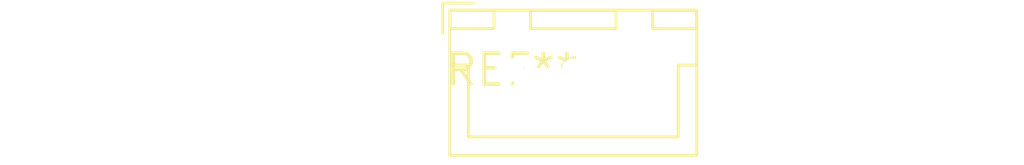
<source format=kicad_pcb>
(kicad_pcb (version 20240108) (generator pcbnew)
  (layers (0 "F.Cu" signal) (31 "B.Cu" signal) (34 "B.Paste" user) (35 "F.Paste" user) (36 "B.SilkS" user "B.Silkscreen") (37 "F.SilkS" user "F.Silkscreen") (38 "B.Mask" user) (39 "F.Mask" user) (44 "Edge.Cuts" user))
  (net 0 "")
  (footprint "JST_XH_B3B-XH-A_1x03_P2.50mm_Vertical" (layer "F.Cu") (at 0 0)
    (property "Reference" "REF**")
    (property "Value" "JST_XH_B3B-XH-A_1x03_P2.50mm_Vertical")
    (fp_line (start -2.85 -2.75) (end -2.85 -1.5) (layer "F.SilkS") (stroke (width 0.12)))
    (fp_line (start -2.56 -2.46) (end -2.56 3.51) (layer "F.SilkS") (stroke (width 0.12)))
    (fp_line (start -2.56 3.51) (end 7.56 3.51) (layer "F.SilkS") (stroke (width 0.12)))
    (fp_line (start -2.55 -2.45) (end -2.55 -1.7) (layer "F.SilkS") (stroke (width 0.12)))
    (fp_line (start -2.55 -1.7) (end -0.75 -1.7) (layer "F.SilkS") (stroke (width 0.12)))
    (fp_line (start -2.55 -0.2) (end -1.8 -0.2) (layer "F.SilkS") (stroke (width 0.12)))
    (fp_line (start -1.8 -0.2) (end -1.8 2.75) (layer "F.SilkS") (stroke (width 0.12)))
    (fp_line (start -1.8 2.75) (end 2.5 2.75) (layer "F.SilkS") (stroke (width 0.12)))
    (fp_line (start -1.6 -2.75) (end -2.85 -2.75) (layer "F.SilkS") (stroke (width 0.12)))
    (fp_line (start -0.75 -2.45) (end -2.55 -2.45) (layer "F.SilkS") (stroke (width 0.12)))
    (fp_line (start -0.75 -1.7) (end -0.75 -2.45) (layer "F.SilkS") (stroke (width 0.12)))
    (fp_line (start 0.75 -2.45) (end 0.75 -1.7) (layer "F.SilkS") (stroke (width 0.12)))
    (fp_line (start 0.75 -1.7) (end 4.25 -1.7) (layer "F.SilkS") (stroke (width 0.12)))
    (fp_line (start 4.25 -2.45) (end 0.75 -2.45) (layer "F.SilkS") (stroke (width 0.12)))
    (fp_line (start 4.25 -1.7) (end 4.25 -2.45) (layer "F.SilkS") (stroke (width 0.12)))
    (fp_line (start 5.75 -2.45) (end 5.75 -1.7) (layer "F.SilkS") (stroke (width 0.12)))
    (fp_line (start 5.75 -1.7) (end 7.55 -1.7) (layer "F.SilkS") (stroke (width 0.12)))
    (fp_line (start 6.8 -0.2) (end 6.8 2.75) (layer "F.SilkS") (stroke (width 0.12)))
    (fp_line (start 6.8 2.75) (end 2.5 2.75) (layer "F.SilkS") (stroke (width 0.12)))
    (fp_line (start 7.55 -2.45) (end 5.75 -2.45) (layer "F.SilkS") (stroke (width 0.12)))
    (fp_line (start 7.55 -1.7) (end 7.55 -2.45) (layer "F.SilkS") (stroke (width 0.12)))
    (fp_line (start 7.55 -0.2) (end 6.8 -0.2) (layer "F.SilkS") (stroke (width 0.12)))
    (fp_line (start 7.56 -2.46) (end -2.56 -2.46) (layer "F.SilkS") (stroke (width 0.12)))
    (fp_line (start 7.56 3.51) (end 7.56 -2.46) (layer "F.SilkS") (stroke (width 0.12)))
    (pad "1" thru_hole roundrect (at 0 0) (size 1.7 1.95) (drill 0.95) (layers *.Cu *.Mask) (remove_unused_layers) (roundrect_rratio 0.147059))
    (pad "2" thru_hole oval (at 2.5 0) (size 1.7 1.95) (drill 0.95) (layers *.Cu *.Mask) (remove_unused_layers))
    (pad "3" thru_hole oval (at 5 0) (size 1.7 1.95) (drill 0.95) (layers *.Cu *.Mask) (remove_unused_layers))
  )
)
</source>
